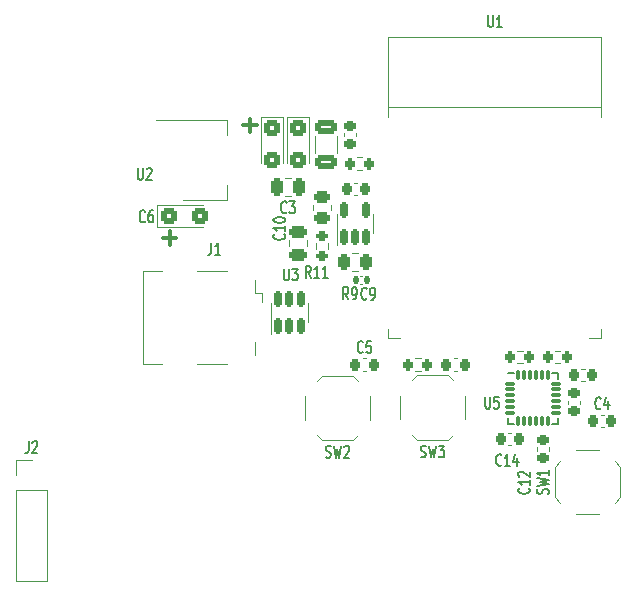
<source format=gbr>
%TF.GenerationSoftware,KiCad,Pcbnew,7.0.9*%
%TF.CreationDate,2023-12-19T02:47:06+01:00*%
%TF.ProjectId,biosensorbox,62696f73-656e-4736-9f72-626f782e6b69,rev?*%
%TF.SameCoordinates,Original*%
%TF.FileFunction,Legend,Top*%
%TF.FilePolarity,Positive*%
%FSLAX46Y46*%
G04 Gerber Fmt 4.6, Leading zero omitted, Abs format (unit mm)*
G04 Created by KiCad (PCBNEW 7.0.9) date 2023-12-19 02:47:06*
%MOMM*%
%LPD*%
G01*
G04 APERTURE LIST*
G04 Aperture macros list*
%AMRoundRect*
0 Rectangle with rounded corners*
0 $1 Rounding radius*
0 $2 $3 $4 $5 $6 $7 $8 $9 X,Y pos of 4 corners*
0 Add a 4 corners polygon primitive as box body*
4,1,4,$2,$3,$4,$5,$6,$7,$8,$9,$2,$3,0*
0 Add four circle primitives for the rounded corners*
1,1,$1+$1,$2,$3*
1,1,$1+$1,$4,$5*
1,1,$1+$1,$6,$7*
1,1,$1+$1,$8,$9*
0 Add four rect primitives between the rounded corners*
20,1,$1+$1,$2,$3,$4,$5,0*
20,1,$1+$1,$4,$5,$6,$7,0*
20,1,$1+$1,$6,$7,$8,$9,0*
20,1,$1+$1,$8,$9,$2,$3,0*%
G04 Aperture macros list end*
%ADD10C,0.300000*%
%ADD11C,0.150000*%
%ADD12C,0.120000*%
%ADD13RoundRect,0.225000X-0.250000X0.225000X-0.250000X-0.225000X0.250000X-0.225000X0.250000X0.225000X0*%
%ADD14RoundRect,0.140000X-0.140000X-0.170000X0.140000X-0.170000X0.140000X0.170000X-0.140000X0.170000X0*%
%ADD15RoundRect,0.225000X-0.225000X-0.250000X0.225000X-0.250000X0.225000X0.250000X-0.225000X0.250000X0*%
%ADD16RoundRect,0.200000X0.200000X0.275000X-0.200000X0.275000X-0.200000X-0.275000X0.200000X-0.275000X0*%
%ADD17RoundRect,0.250000X-0.650000X0.325000X-0.650000X-0.325000X0.650000X-0.325000X0.650000X0.325000X0*%
%ADD18RoundRect,0.200000X-0.200000X-0.275000X0.200000X-0.275000X0.200000X0.275000X-0.200000X0.275000X0*%
%ADD19RoundRect,0.250000X-0.475000X0.250000X-0.475000X-0.250000X0.475000X-0.250000X0.475000X0.250000X0*%
%ADD20RoundRect,0.150000X0.150000X-0.512500X0.150000X0.512500X-0.150000X0.512500X-0.150000X-0.512500X0*%
%ADD21R,2.000000X1.500000*%
%ADD22R,2.000000X3.800000*%
%ADD23R,1.700000X1.700000*%
%ADD24O,1.700000X1.700000*%
%ADD25C,0.900000*%
%ADD26R,2.500000X0.500000*%
%ADD27R,2.500000X2.000000*%
%ADD28RoundRect,0.250000X-0.450000X0.262500X-0.450000X-0.262500X0.450000X-0.262500X0.450000X0.262500X0*%
%ADD29RoundRect,0.075000X-0.350000X-0.075000X0.350000X-0.075000X0.350000X0.075000X-0.350000X0.075000X0*%
%ADD30RoundRect,0.075000X0.075000X-0.350000X0.075000X0.350000X-0.075000X0.350000X-0.075000X-0.350000X0*%
%ADD31R,1.000000X0.750000*%
%ADD32RoundRect,0.225000X0.225000X0.250000X-0.225000X0.250000X-0.225000X-0.250000X0.225000X-0.250000X0*%
%ADD33RoundRect,0.250000X-0.262500X-0.450000X0.262500X-0.450000X0.262500X0.450000X-0.262500X0.450000X0*%
%ADD34RoundRect,0.250000X-0.425000X0.450000X-0.425000X-0.450000X0.425000X-0.450000X0.425000X0.450000X0*%
%ADD35R,1.500000X0.900000*%
%ADD36R,0.900000X1.500000*%
%ADD37R,0.900000X0.900000*%
%ADD38RoundRect,0.200000X-0.275000X0.200000X-0.275000X-0.200000X0.275000X-0.200000X0.275000X0.200000X0*%
%ADD39RoundRect,0.250000X-0.250000X-0.475000X0.250000X-0.475000X0.250000X0.475000X-0.250000X0.475000X0*%
%ADD40RoundRect,0.250000X-0.450000X-0.425000X0.450000X-0.425000X0.450000X0.425000X-0.450000X0.425000X0*%
%ADD41RoundRect,0.225000X0.250000X-0.225000X0.250000X0.225000X-0.250000X0.225000X-0.250000X-0.225000X0*%
%ADD42R,0.750000X1.000000*%
G04 APERTURE END LIST*
D10*
X129574510Y-64329400D02*
X130717368Y-64329400D01*
X130145939Y-64900828D02*
X130145939Y-63757971D01*
X122754510Y-73859400D02*
X123897368Y-73859400D01*
X123325939Y-74430828D02*
X123325939Y-73287971D01*
D11*
X140014999Y-78989580D02*
X139979285Y-79037200D01*
X139979285Y-79037200D02*
X139872142Y-79084819D01*
X139872142Y-79084819D02*
X139800714Y-79084819D01*
X139800714Y-79084819D02*
X139693571Y-79037200D01*
X139693571Y-79037200D02*
X139622142Y-78941961D01*
X139622142Y-78941961D02*
X139586428Y-78846723D01*
X139586428Y-78846723D02*
X139550714Y-78656247D01*
X139550714Y-78656247D02*
X139550714Y-78513390D01*
X139550714Y-78513390D02*
X139586428Y-78322914D01*
X139586428Y-78322914D02*
X139622142Y-78227676D01*
X139622142Y-78227676D02*
X139693571Y-78132438D01*
X139693571Y-78132438D02*
X139800714Y-78084819D01*
X139800714Y-78084819D02*
X139872142Y-78084819D01*
X139872142Y-78084819D02*
X139979285Y-78132438D01*
X139979285Y-78132438D02*
X140014999Y-78180057D01*
X140372142Y-79084819D02*
X140514999Y-79084819D01*
X140514999Y-79084819D02*
X140586428Y-79037200D01*
X140586428Y-79037200D02*
X140622142Y-78989580D01*
X140622142Y-78989580D02*
X140693571Y-78846723D01*
X140693571Y-78846723D02*
X140729285Y-78656247D01*
X140729285Y-78656247D02*
X140729285Y-78275295D01*
X140729285Y-78275295D02*
X140693571Y-78180057D01*
X140693571Y-78180057D02*
X140657857Y-78132438D01*
X140657857Y-78132438D02*
X140586428Y-78084819D01*
X140586428Y-78084819D02*
X140443571Y-78084819D01*
X140443571Y-78084819D02*
X140372142Y-78132438D01*
X140372142Y-78132438D02*
X140336428Y-78180057D01*
X140336428Y-78180057D02*
X140300714Y-78275295D01*
X140300714Y-78275295D02*
X140300714Y-78513390D01*
X140300714Y-78513390D02*
X140336428Y-78608628D01*
X140336428Y-78608628D02*
X140372142Y-78656247D01*
X140372142Y-78656247D02*
X140443571Y-78703866D01*
X140443571Y-78703866D02*
X140586428Y-78703866D01*
X140586428Y-78703866D02*
X140657857Y-78656247D01*
X140657857Y-78656247D02*
X140693571Y-78608628D01*
X140693571Y-78608628D02*
X140729285Y-78513390D01*
X159834999Y-88279580D02*
X159799285Y-88327200D01*
X159799285Y-88327200D02*
X159692142Y-88374819D01*
X159692142Y-88374819D02*
X159620714Y-88374819D01*
X159620714Y-88374819D02*
X159513571Y-88327200D01*
X159513571Y-88327200D02*
X159442142Y-88231961D01*
X159442142Y-88231961D02*
X159406428Y-88136723D01*
X159406428Y-88136723D02*
X159370714Y-87946247D01*
X159370714Y-87946247D02*
X159370714Y-87803390D01*
X159370714Y-87803390D02*
X159406428Y-87612914D01*
X159406428Y-87612914D02*
X159442142Y-87517676D01*
X159442142Y-87517676D02*
X159513571Y-87422438D01*
X159513571Y-87422438D02*
X159620714Y-87374819D01*
X159620714Y-87374819D02*
X159692142Y-87374819D01*
X159692142Y-87374819D02*
X159799285Y-87422438D01*
X159799285Y-87422438D02*
X159834999Y-87470057D01*
X160477857Y-87708152D02*
X160477857Y-88374819D01*
X160299285Y-87327200D02*
X160120714Y-88041485D01*
X160120714Y-88041485D02*
X160584999Y-88041485D01*
X153749580Y-95072143D02*
X153797200Y-95107857D01*
X153797200Y-95107857D02*
X153844819Y-95215000D01*
X153844819Y-95215000D02*
X153844819Y-95286428D01*
X153844819Y-95286428D02*
X153797200Y-95393571D01*
X153797200Y-95393571D02*
X153701961Y-95465000D01*
X153701961Y-95465000D02*
X153606723Y-95500714D01*
X153606723Y-95500714D02*
X153416247Y-95536428D01*
X153416247Y-95536428D02*
X153273390Y-95536428D01*
X153273390Y-95536428D02*
X153082914Y-95500714D01*
X153082914Y-95500714D02*
X152987676Y-95465000D01*
X152987676Y-95465000D02*
X152892438Y-95393571D01*
X152892438Y-95393571D02*
X152844819Y-95286428D01*
X152844819Y-95286428D02*
X152844819Y-95215000D01*
X152844819Y-95215000D02*
X152892438Y-95107857D01*
X152892438Y-95107857D02*
X152940057Y-95072143D01*
X153844819Y-94357857D02*
X153844819Y-94786428D01*
X153844819Y-94572143D02*
X152844819Y-94572143D01*
X152844819Y-94572143D02*
X152987676Y-94643571D01*
X152987676Y-94643571D02*
X153082914Y-94715000D01*
X153082914Y-94715000D02*
X153130533Y-94786428D01*
X152940057Y-94072142D02*
X152892438Y-94036428D01*
X152892438Y-94036428D02*
X152844819Y-93965000D01*
X152844819Y-93965000D02*
X152844819Y-93786428D01*
X152844819Y-93786428D02*
X152892438Y-93715000D01*
X152892438Y-93715000D02*
X152940057Y-93679285D01*
X152940057Y-93679285D02*
X153035295Y-93643571D01*
X153035295Y-93643571D02*
X153130533Y-93643571D01*
X153130533Y-93643571D02*
X153273390Y-93679285D01*
X153273390Y-93679285D02*
X153844819Y-94107857D01*
X153844819Y-94107857D02*
X153844819Y-93643571D01*
X133019580Y-73562143D02*
X133067200Y-73597857D01*
X133067200Y-73597857D02*
X133114819Y-73705000D01*
X133114819Y-73705000D02*
X133114819Y-73776428D01*
X133114819Y-73776428D02*
X133067200Y-73883571D01*
X133067200Y-73883571D02*
X132971961Y-73955000D01*
X132971961Y-73955000D02*
X132876723Y-73990714D01*
X132876723Y-73990714D02*
X132686247Y-74026428D01*
X132686247Y-74026428D02*
X132543390Y-74026428D01*
X132543390Y-74026428D02*
X132352914Y-73990714D01*
X132352914Y-73990714D02*
X132257676Y-73955000D01*
X132257676Y-73955000D02*
X132162438Y-73883571D01*
X132162438Y-73883571D02*
X132114819Y-73776428D01*
X132114819Y-73776428D02*
X132114819Y-73705000D01*
X132114819Y-73705000D02*
X132162438Y-73597857D01*
X132162438Y-73597857D02*
X132210057Y-73562143D01*
X133114819Y-72847857D02*
X133114819Y-73276428D01*
X133114819Y-73062143D02*
X132114819Y-73062143D01*
X132114819Y-73062143D02*
X132257676Y-73133571D01*
X132257676Y-73133571D02*
X132352914Y-73205000D01*
X132352914Y-73205000D02*
X132400533Y-73276428D01*
X132114819Y-72383571D02*
X132114819Y-72312142D01*
X132114819Y-72312142D02*
X132162438Y-72240714D01*
X132162438Y-72240714D02*
X132210057Y-72205000D01*
X132210057Y-72205000D02*
X132305295Y-72169285D01*
X132305295Y-72169285D02*
X132495771Y-72133571D01*
X132495771Y-72133571D02*
X132733866Y-72133571D01*
X132733866Y-72133571D02*
X132924342Y-72169285D01*
X132924342Y-72169285D02*
X133019580Y-72205000D01*
X133019580Y-72205000D02*
X133067200Y-72240714D01*
X133067200Y-72240714D02*
X133114819Y-72312142D01*
X133114819Y-72312142D02*
X133114819Y-72383571D01*
X133114819Y-72383571D02*
X133067200Y-72455000D01*
X133067200Y-72455000D02*
X133019580Y-72490714D01*
X133019580Y-72490714D02*
X132924342Y-72526428D01*
X132924342Y-72526428D02*
X132733866Y-72562142D01*
X132733866Y-72562142D02*
X132495771Y-72562142D01*
X132495771Y-72562142D02*
X132305295Y-72526428D01*
X132305295Y-72526428D02*
X132210057Y-72490714D01*
X132210057Y-72490714D02*
X132162438Y-72455000D01*
X132162438Y-72455000D02*
X132114819Y-72383571D01*
X133008571Y-76464819D02*
X133008571Y-77274342D01*
X133008571Y-77274342D02*
X133044285Y-77369580D01*
X133044285Y-77369580D02*
X133080000Y-77417200D01*
X133080000Y-77417200D02*
X133151428Y-77464819D01*
X133151428Y-77464819D02*
X133294285Y-77464819D01*
X133294285Y-77464819D02*
X133365714Y-77417200D01*
X133365714Y-77417200D02*
X133401428Y-77369580D01*
X133401428Y-77369580D02*
X133437142Y-77274342D01*
X133437142Y-77274342D02*
X133437142Y-76464819D01*
X133722856Y-76464819D02*
X134187142Y-76464819D01*
X134187142Y-76464819D02*
X133937142Y-76845771D01*
X133937142Y-76845771D02*
X134044285Y-76845771D01*
X134044285Y-76845771D02*
X134115714Y-76893390D01*
X134115714Y-76893390D02*
X134151428Y-76941009D01*
X134151428Y-76941009D02*
X134187142Y-77036247D01*
X134187142Y-77036247D02*
X134187142Y-77274342D01*
X134187142Y-77274342D02*
X134151428Y-77369580D01*
X134151428Y-77369580D02*
X134115714Y-77417200D01*
X134115714Y-77417200D02*
X134044285Y-77464819D01*
X134044285Y-77464819D02*
X133829999Y-77464819D01*
X133829999Y-77464819D02*
X133758571Y-77417200D01*
X133758571Y-77417200D02*
X133722856Y-77369580D01*
X120638571Y-67954819D02*
X120638571Y-68764342D01*
X120638571Y-68764342D02*
X120674285Y-68859580D01*
X120674285Y-68859580D02*
X120710000Y-68907200D01*
X120710000Y-68907200D02*
X120781428Y-68954819D01*
X120781428Y-68954819D02*
X120924285Y-68954819D01*
X120924285Y-68954819D02*
X120995714Y-68907200D01*
X120995714Y-68907200D02*
X121031428Y-68859580D01*
X121031428Y-68859580D02*
X121067142Y-68764342D01*
X121067142Y-68764342D02*
X121067142Y-67954819D01*
X121388571Y-68050057D02*
X121424285Y-68002438D01*
X121424285Y-68002438D02*
X121495714Y-67954819D01*
X121495714Y-67954819D02*
X121674285Y-67954819D01*
X121674285Y-67954819D02*
X121745714Y-68002438D01*
X121745714Y-68002438D02*
X121781428Y-68050057D01*
X121781428Y-68050057D02*
X121817142Y-68145295D01*
X121817142Y-68145295D02*
X121817142Y-68240533D01*
X121817142Y-68240533D02*
X121781428Y-68383390D01*
X121781428Y-68383390D02*
X121352856Y-68954819D01*
X121352856Y-68954819D02*
X121817142Y-68954819D01*
X111390000Y-91094819D02*
X111390000Y-91809104D01*
X111390000Y-91809104D02*
X111354285Y-91951961D01*
X111354285Y-91951961D02*
X111282857Y-92047200D01*
X111282857Y-92047200D02*
X111175714Y-92094819D01*
X111175714Y-92094819D02*
X111104285Y-92094819D01*
X111711429Y-91190057D02*
X111747143Y-91142438D01*
X111747143Y-91142438D02*
X111818572Y-91094819D01*
X111818572Y-91094819D02*
X111997143Y-91094819D01*
X111997143Y-91094819D02*
X112068572Y-91142438D01*
X112068572Y-91142438D02*
X112104286Y-91190057D01*
X112104286Y-91190057D02*
X112140000Y-91285295D01*
X112140000Y-91285295D02*
X112140000Y-91380533D01*
X112140000Y-91380533D02*
X112104286Y-91523390D01*
X112104286Y-91523390D02*
X111675714Y-92094819D01*
X111675714Y-92094819D02*
X112140000Y-92094819D01*
X126870000Y-74274819D02*
X126870000Y-74989104D01*
X126870000Y-74989104D02*
X126834285Y-75131961D01*
X126834285Y-75131961D02*
X126762857Y-75227200D01*
X126762857Y-75227200D02*
X126655714Y-75274819D01*
X126655714Y-75274819D02*
X126584285Y-75274819D01*
X127620000Y-75274819D02*
X127191429Y-75274819D01*
X127405714Y-75274819D02*
X127405714Y-74274819D01*
X127405714Y-74274819D02*
X127334286Y-74417676D01*
X127334286Y-74417676D02*
X127262857Y-74512914D01*
X127262857Y-74512914D02*
X127191429Y-74560533D01*
X139701999Y-83511580D02*
X139666285Y-83559200D01*
X139666285Y-83559200D02*
X139559142Y-83606819D01*
X139559142Y-83606819D02*
X139487714Y-83606819D01*
X139487714Y-83606819D02*
X139380571Y-83559200D01*
X139380571Y-83559200D02*
X139309142Y-83463961D01*
X139309142Y-83463961D02*
X139273428Y-83368723D01*
X139273428Y-83368723D02*
X139237714Y-83178247D01*
X139237714Y-83178247D02*
X139237714Y-83035390D01*
X139237714Y-83035390D02*
X139273428Y-82844914D01*
X139273428Y-82844914D02*
X139309142Y-82749676D01*
X139309142Y-82749676D02*
X139380571Y-82654438D01*
X139380571Y-82654438D02*
X139487714Y-82606819D01*
X139487714Y-82606819D02*
X139559142Y-82606819D01*
X139559142Y-82606819D02*
X139666285Y-82654438D01*
X139666285Y-82654438D02*
X139701999Y-82702057D01*
X140380571Y-82606819D02*
X140023428Y-82606819D01*
X140023428Y-82606819D02*
X139987714Y-83083009D01*
X139987714Y-83083009D02*
X140023428Y-83035390D01*
X140023428Y-83035390D02*
X140094857Y-82987771D01*
X140094857Y-82987771D02*
X140273428Y-82987771D01*
X140273428Y-82987771D02*
X140344857Y-83035390D01*
X140344857Y-83035390D02*
X140380571Y-83083009D01*
X140380571Y-83083009D02*
X140416285Y-83178247D01*
X140416285Y-83178247D02*
X140416285Y-83416342D01*
X140416285Y-83416342D02*
X140380571Y-83511580D01*
X140380571Y-83511580D02*
X140344857Y-83559200D01*
X140344857Y-83559200D02*
X140273428Y-83606819D01*
X140273428Y-83606819D02*
X140094857Y-83606819D01*
X140094857Y-83606819D02*
X140023428Y-83559200D01*
X140023428Y-83559200D02*
X139987714Y-83511580D01*
X150048571Y-87314819D02*
X150048571Y-88124342D01*
X150048571Y-88124342D02*
X150084285Y-88219580D01*
X150084285Y-88219580D02*
X150120000Y-88267200D01*
X150120000Y-88267200D02*
X150191428Y-88314819D01*
X150191428Y-88314819D02*
X150334285Y-88314819D01*
X150334285Y-88314819D02*
X150405714Y-88267200D01*
X150405714Y-88267200D02*
X150441428Y-88219580D01*
X150441428Y-88219580D02*
X150477142Y-88124342D01*
X150477142Y-88124342D02*
X150477142Y-87314819D01*
X151191428Y-87314819D02*
X150834285Y-87314819D01*
X150834285Y-87314819D02*
X150798571Y-87791009D01*
X150798571Y-87791009D02*
X150834285Y-87743390D01*
X150834285Y-87743390D02*
X150905714Y-87695771D01*
X150905714Y-87695771D02*
X151084285Y-87695771D01*
X151084285Y-87695771D02*
X151155714Y-87743390D01*
X151155714Y-87743390D02*
X151191428Y-87791009D01*
X151191428Y-87791009D02*
X151227142Y-87886247D01*
X151227142Y-87886247D02*
X151227142Y-88124342D01*
X151227142Y-88124342D02*
X151191428Y-88219580D01*
X151191428Y-88219580D02*
X151155714Y-88267200D01*
X151155714Y-88267200D02*
X151084285Y-88314819D01*
X151084285Y-88314819D02*
X150905714Y-88314819D01*
X150905714Y-88314819D02*
X150834285Y-88267200D01*
X150834285Y-88267200D02*
X150798571Y-88219580D01*
X144590000Y-92392200D02*
X144697143Y-92439819D01*
X144697143Y-92439819D02*
X144875714Y-92439819D01*
X144875714Y-92439819D02*
X144947143Y-92392200D01*
X144947143Y-92392200D02*
X144982857Y-92344580D01*
X144982857Y-92344580D02*
X145018571Y-92249342D01*
X145018571Y-92249342D02*
X145018571Y-92154104D01*
X145018571Y-92154104D02*
X144982857Y-92058866D01*
X144982857Y-92058866D02*
X144947143Y-92011247D01*
X144947143Y-92011247D02*
X144875714Y-91963628D01*
X144875714Y-91963628D02*
X144732857Y-91916009D01*
X144732857Y-91916009D02*
X144661428Y-91868390D01*
X144661428Y-91868390D02*
X144625714Y-91820771D01*
X144625714Y-91820771D02*
X144590000Y-91725533D01*
X144590000Y-91725533D02*
X144590000Y-91630295D01*
X144590000Y-91630295D02*
X144625714Y-91535057D01*
X144625714Y-91535057D02*
X144661428Y-91487438D01*
X144661428Y-91487438D02*
X144732857Y-91439819D01*
X144732857Y-91439819D02*
X144911428Y-91439819D01*
X144911428Y-91439819D02*
X145018571Y-91487438D01*
X145268571Y-91439819D02*
X145447143Y-92439819D01*
X145447143Y-92439819D02*
X145590000Y-91725533D01*
X145590000Y-91725533D02*
X145732857Y-92439819D01*
X145732857Y-92439819D02*
X145911429Y-91439819D01*
X146125714Y-91439819D02*
X146590000Y-91439819D01*
X146590000Y-91439819D02*
X146340000Y-91820771D01*
X146340000Y-91820771D02*
X146447143Y-91820771D01*
X146447143Y-91820771D02*
X146518572Y-91868390D01*
X146518572Y-91868390D02*
X146554286Y-91916009D01*
X146554286Y-91916009D02*
X146590000Y-92011247D01*
X146590000Y-92011247D02*
X146590000Y-92249342D01*
X146590000Y-92249342D02*
X146554286Y-92344580D01*
X146554286Y-92344580D02*
X146518572Y-92392200D01*
X146518572Y-92392200D02*
X146447143Y-92439819D01*
X146447143Y-92439819D02*
X146232857Y-92439819D01*
X146232857Y-92439819D02*
X146161429Y-92392200D01*
X146161429Y-92392200D02*
X146125714Y-92344580D01*
X136541000Y-92422200D02*
X136648143Y-92469819D01*
X136648143Y-92469819D02*
X136826714Y-92469819D01*
X136826714Y-92469819D02*
X136898143Y-92422200D01*
X136898143Y-92422200D02*
X136933857Y-92374580D01*
X136933857Y-92374580D02*
X136969571Y-92279342D01*
X136969571Y-92279342D02*
X136969571Y-92184104D01*
X136969571Y-92184104D02*
X136933857Y-92088866D01*
X136933857Y-92088866D02*
X136898143Y-92041247D01*
X136898143Y-92041247D02*
X136826714Y-91993628D01*
X136826714Y-91993628D02*
X136683857Y-91946009D01*
X136683857Y-91946009D02*
X136612428Y-91898390D01*
X136612428Y-91898390D02*
X136576714Y-91850771D01*
X136576714Y-91850771D02*
X136541000Y-91755533D01*
X136541000Y-91755533D02*
X136541000Y-91660295D01*
X136541000Y-91660295D02*
X136576714Y-91565057D01*
X136576714Y-91565057D02*
X136612428Y-91517438D01*
X136612428Y-91517438D02*
X136683857Y-91469819D01*
X136683857Y-91469819D02*
X136862428Y-91469819D01*
X136862428Y-91469819D02*
X136969571Y-91517438D01*
X137219571Y-91469819D02*
X137398143Y-92469819D01*
X137398143Y-92469819D02*
X137541000Y-91755533D01*
X137541000Y-91755533D02*
X137683857Y-92469819D01*
X137683857Y-92469819D02*
X137862429Y-91469819D01*
X138112429Y-91565057D02*
X138148143Y-91517438D01*
X138148143Y-91517438D02*
X138219572Y-91469819D01*
X138219572Y-91469819D02*
X138398143Y-91469819D01*
X138398143Y-91469819D02*
X138469572Y-91517438D01*
X138469572Y-91517438D02*
X138505286Y-91565057D01*
X138505286Y-91565057D02*
X138541000Y-91660295D01*
X138541000Y-91660295D02*
X138541000Y-91755533D01*
X138541000Y-91755533D02*
X138505286Y-91898390D01*
X138505286Y-91898390D02*
X138076714Y-92469819D01*
X138076714Y-92469819D02*
X138541000Y-92469819D01*
X138464999Y-79054819D02*
X138214999Y-78578628D01*
X138036428Y-79054819D02*
X138036428Y-78054819D01*
X138036428Y-78054819D02*
X138322142Y-78054819D01*
X138322142Y-78054819D02*
X138393571Y-78102438D01*
X138393571Y-78102438D02*
X138429285Y-78150057D01*
X138429285Y-78150057D02*
X138464999Y-78245295D01*
X138464999Y-78245295D02*
X138464999Y-78388152D01*
X138464999Y-78388152D02*
X138429285Y-78483390D01*
X138429285Y-78483390D02*
X138393571Y-78531009D01*
X138393571Y-78531009D02*
X138322142Y-78578628D01*
X138322142Y-78578628D02*
X138036428Y-78578628D01*
X138822142Y-79054819D02*
X138964999Y-79054819D01*
X138964999Y-79054819D02*
X139036428Y-79007200D01*
X139036428Y-79007200D02*
X139072142Y-78959580D01*
X139072142Y-78959580D02*
X139143571Y-78816723D01*
X139143571Y-78816723D02*
X139179285Y-78626247D01*
X139179285Y-78626247D02*
X139179285Y-78245295D01*
X139179285Y-78245295D02*
X139143571Y-78150057D01*
X139143571Y-78150057D02*
X139107857Y-78102438D01*
X139107857Y-78102438D02*
X139036428Y-78054819D01*
X139036428Y-78054819D02*
X138893571Y-78054819D01*
X138893571Y-78054819D02*
X138822142Y-78102438D01*
X138822142Y-78102438D02*
X138786428Y-78150057D01*
X138786428Y-78150057D02*
X138750714Y-78245295D01*
X138750714Y-78245295D02*
X138750714Y-78483390D01*
X138750714Y-78483390D02*
X138786428Y-78578628D01*
X138786428Y-78578628D02*
X138822142Y-78626247D01*
X138822142Y-78626247D02*
X138893571Y-78673866D01*
X138893571Y-78673866D02*
X139036428Y-78673866D01*
X139036428Y-78673866D02*
X139107857Y-78626247D01*
X139107857Y-78626247D02*
X139143571Y-78578628D01*
X139143571Y-78578628D02*
X139179285Y-78483390D01*
X150283571Y-55004819D02*
X150283571Y-55814342D01*
X150283571Y-55814342D02*
X150319285Y-55909580D01*
X150319285Y-55909580D02*
X150355000Y-55957200D01*
X150355000Y-55957200D02*
X150426428Y-56004819D01*
X150426428Y-56004819D02*
X150569285Y-56004819D01*
X150569285Y-56004819D02*
X150640714Y-55957200D01*
X150640714Y-55957200D02*
X150676428Y-55909580D01*
X150676428Y-55909580D02*
X150712142Y-55814342D01*
X150712142Y-55814342D02*
X150712142Y-55004819D01*
X151462142Y-56004819D02*
X151033571Y-56004819D01*
X151247856Y-56004819D02*
X151247856Y-55004819D01*
X151247856Y-55004819D02*
X151176428Y-55147676D01*
X151176428Y-55147676D02*
X151104999Y-55242914D01*
X151104999Y-55242914D02*
X151033571Y-55290533D01*
X135277856Y-77234819D02*
X135027856Y-76758628D01*
X134849285Y-77234819D02*
X134849285Y-76234819D01*
X134849285Y-76234819D02*
X135134999Y-76234819D01*
X135134999Y-76234819D02*
X135206428Y-76282438D01*
X135206428Y-76282438D02*
X135242142Y-76330057D01*
X135242142Y-76330057D02*
X135277856Y-76425295D01*
X135277856Y-76425295D02*
X135277856Y-76568152D01*
X135277856Y-76568152D02*
X135242142Y-76663390D01*
X135242142Y-76663390D02*
X135206428Y-76711009D01*
X135206428Y-76711009D02*
X135134999Y-76758628D01*
X135134999Y-76758628D02*
X134849285Y-76758628D01*
X135992142Y-77234819D02*
X135563571Y-77234819D01*
X135777856Y-77234819D02*
X135777856Y-76234819D01*
X135777856Y-76234819D02*
X135706428Y-76377676D01*
X135706428Y-76377676D02*
X135634999Y-76472914D01*
X135634999Y-76472914D02*
X135563571Y-76520533D01*
X136706428Y-77234819D02*
X136277857Y-77234819D01*
X136492142Y-77234819D02*
X136492142Y-76234819D01*
X136492142Y-76234819D02*
X136420714Y-76377676D01*
X136420714Y-76377676D02*
X136349285Y-76472914D01*
X136349285Y-76472914D02*
X136277857Y-76520533D01*
X133224999Y-71682780D02*
X133189285Y-71730400D01*
X133189285Y-71730400D02*
X133082142Y-71778019D01*
X133082142Y-71778019D02*
X133010714Y-71778019D01*
X133010714Y-71778019D02*
X132903571Y-71730400D01*
X132903571Y-71730400D02*
X132832142Y-71635161D01*
X132832142Y-71635161D02*
X132796428Y-71539923D01*
X132796428Y-71539923D02*
X132760714Y-71349447D01*
X132760714Y-71349447D02*
X132760714Y-71206590D01*
X132760714Y-71206590D02*
X132796428Y-71016114D01*
X132796428Y-71016114D02*
X132832142Y-70920876D01*
X132832142Y-70920876D02*
X132903571Y-70825638D01*
X132903571Y-70825638D02*
X133010714Y-70778019D01*
X133010714Y-70778019D02*
X133082142Y-70778019D01*
X133082142Y-70778019D02*
X133189285Y-70825638D01*
X133189285Y-70825638D02*
X133224999Y-70873257D01*
X133474999Y-70778019D02*
X133939285Y-70778019D01*
X133939285Y-70778019D02*
X133689285Y-71158971D01*
X133689285Y-71158971D02*
X133796428Y-71158971D01*
X133796428Y-71158971D02*
X133867857Y-71206590D01*
X133867857Y-71206590D02*
X133903571Y-71254209D01*
X133903571Y-71254209D02*
X133939285Y-71349447D01*
X133939285Y-71349447D02*
X133939285Y-71587542D01*
X133939285Y-71587542D02*
X133903571Y-71682780D01*
X133903571Y-71682780D02*
X133867857Y-71730400D01*
X133867857Y-71730400D02*
X133796428Y-71778019D01*
X133796428Y-71778019D02*
X133582142Y-71778019D01*
X133582142Y-71778019D02*
X133510714Y-71730400D01*
X133510714Y-71730400D02*
X133474999Y-71682780D01*
X121244999Y-72439580D02*
X121209285Y-72487200D01*
X121209285Y-72487200D02*
X121102142Y-72534819D01*
X121102142Y-72534819D02*
X121030714Y-72534819D01*
X121030714Y-72534819D02*
X120923571Y-72487200D01*
X120923571Y-72487200D02*
X120852142Y-72391961D01*
X120852142Y-72391961D02*
X120816428Y-72296723D01*
X120816428Y-72296723D02*
X120780714Y-72106247D01*
X120780714Y-72106247D02*
X120780714Y-71963390D01*
X120780714Y-71963390D02*
X120816428Y-71772914D01*
X120816428Y-71772914D02*
X120852142Y-71677676D01*
X120852142Y-71677676D02*
X120923571Y-71582438D01*
X120923571Y-71582438D02*
X121030714Y-71534819D01*
X121030714Y-71534819D02*
X121102142Y-71534819D01*
X121102142Y-71534819D02*
X121209285Y-71582438D01*
X121209285Y-71582438D02*
X121244999Y-71630057D01*
X121887857Y-71534819D02*
X121744999Y-71534819D01*
X121744999Y-71534819D02*
X121673571Y-71582438D01*
X121673571Y-71582438D02*
X121637857Y-71630057D01*
X121637857Y-71630057D02*
X121566428Y-71772914D01*
X121566428Y-71772914D02*
X121530714Y-71963390D01*
X121530714Y-71963390D02*
X121530714Y-72344342D01*
X121530714Y-72344342D02*
X121566428Y-72439580D01*
X121566428Y-72439580D02*
X121602142Y-72487200D01*
X121602142Y-72487200D02*
X121673571Y-72534819D01*
X121673571Y-72534819D02*
X121816428Y-72534819D01*
X121816428Y-72534819D02*
X121887857Y-72487200D01*
X121887857Y-72487200D02*
X121923571Y-72439580D01*
X121923571Y-72439580D02*
X121959285Y-72344342D01*
X121959285Y-72344342D02*
X121959285Y-72106247D01*
X121959285Y-72106247D02*
X121923571Y-72011009D01*
X121923571Y-72011009D02*
X121887857Y-71963390D01*
X121887857Y-71963390D02*
X121816428Y-71915771D01*
X121816428Y-71915771D02*
X121673571Y-71915771D01*
X121673571Y-71915771D02*
X121602142Y-71963390D01*
X121602142Y-71963390D02*
X121566428Y-72011009D01*
X121566428Y-72011009D02*
X121530714Y-72106247D01*
X151417856Y-93079580D02*
X151382142Y-93127200D01*
X151382142Y-93127200D02*
X151274999Y-93174819D01*
X151274999Y-93174819D02*
X151203571Y-93174819D01*
X151203571Y-93174819D02*
X151096428Y-93127200D01*
X151096428Y-93127200D02*
X151024999Y-93031961D01*
X151024999Y-93031961D02*
X150989285Y-92936723D01*
X150989285Y-92936723D02*
X150953571Y-92746247D01*
X150953571Y-92746247D02*
X150953571Y-92603390D01*
X150953571Y-92603390D02*
X150989285Y-92412914D01*
X150989285Y-92412914D02*
X151024999Y-92317676D01*
X151024999Y-92317676D02*
X151096428Y-92222438D01*
X151096428Y-92222438D02*
X151203571Y-92174819D01*
X151203571Y-92174819D02*
X151274999Y-92174819D01*
X151274999Y-92174819D02*
X151382142Y-92222438D01*
X151382142Y-92222438D02*
X151417856Y-92270057D01*
X152132142Y-93174819D02*
X151703571Y-93174819D01*
X151917856Y-93174819D02*
X151917856Y-92174819D01*
X151917856Y-92174819D02*
X151846428Y-92317676D01*
X151846428Y-92317676D02*
X151774999Y-92412914D01*
X151774999Y-92412914D02*
X151703571Y-92460533D01*
X152775000Y-92508152D02*
X152775000Y-93174819D01*
X152596428Y-92127200D02*
X152417857Y-92841485D01*
X152417857Y-92841485D02*
X152882142Y-92841485D01*
X155362200Y-95529999D02*
X155409819Y-95422857D01*
X155409819Y-95422857D02*
X155409819Y-95244285D01*
X155409819Y-95244285D02*
X155362200Y-95172857D01*
X155362200Y-95172857D02*
X155314580Y-95137142D01*
X155314580Y-95137142D02*
X155219342Y-95101428D01*
X155219342Y-95101428D02*
X155124104Y-95101428D01*
X155124104Y-95101428D02*
X155028866Y-95137142D01*
X155028866Y-95137142D02*
X154981247Y-95172857D01*
X154981247Y-95172857D02*
X154933628Y-95244285D01*
X154933628Y-95244285D02*
X154886009Y-95387142D01*
X154886009Y-95387142D02*
X154838390Y-95458571D01*
X154838390Y-95458571D02*
X154790771Y-95494285D01*
X154790771Y-95494285D02*
X154695533Y-95529999D01*
X154695533Y-95529999D02*
X154600295Y-95529999D01*
X154600295Y-95529999D02*
X154505057Y-95494285D01*
X154505057Y-95494285D02*
X154457438Y-95458571D01*
X154457438Y-95458571D02*
X154409819Y-95387142D01*
X154409819Y-95387142D02*
X154409819Y-95208571D01*
X154409819Y-95208571D02*
X154457438Y-95101428D01*
X154409819Y-94851428D02*
X155409819Y-94672856D01*
X155409819Y-94672856D02*
X154695533Y-94529999D01*
X154695533Y-94529999D02*
X155409819Y-94387142D01*
X155409819Y-94387142D02*
X154409819Y-94208571D01*
X155409819Y-93529999D02*
X155409819Y-93958570D01*
X155409819Y-93744285D02*
X154409819Y-93744285D01*
X154409819Y-93744285D02*
X154552676Y-93815713D01*
X154552676Y-93815713D02*
X154647914Y-93887142D01*
X154647914Y-93887142D02*
X154695533Y-93958570D01*
D12*
%TO.C,C2*%
X139092400Y-64985020D02*
X139092400Y-65266180D01*
X138072400Y-64985020D02*
X138072400Y-65266180D01*
%TO.C,C9*%
X139442364Y-77059200D02*
X139658036Y-77059200D01*
X139442364Y-77779200D02*
X139658036Y-77779200D01*
%TO.C,C4*%
X159819420Y-88840000D02*
X160100580Y-88840000D01*
X159819420Y-89860000D02*
X160100580Y-89860000D01*
%TO.C,R13*%
X153207258Y-84452500D02*
X152732742Y-84452500D01*
X153207258Y-83407500D02*
X152732742Y-83407500D01*
%TO.C,C1*%
X137460400Y-65227148D02*
X137460400Y-66649652D01*
X135640400Y-65227148D02*
X135640400Y-66649652D01*
%TO.C,R12*%
X155920942Y-83407500D02*
X156395458Y-83407500D01*
X155920942Y-84452500D02*
X156395458Y-84452500D01*
%TO.C,C12*%
X155420000Y-91604420D02*
X155420000Y-91885580D01*
X154400000Y-91604420D02*
X154400000Y-91885580D01*
%TO.C,R3*%
X139157942Y-67041500D02*
X139632458Y-67041500D01*
X139157942Y-68086500D02*
X139632458Y-68086500D01*
%TO.C,C10*%
X134923200Y-74059148D02*
X134923200Y-74581652D01*
X133453200Y-74059148D02*
X133453200Y-74581652D01*
%TO.C,U3*%
X131917000Y-80175500D02*
X131917000Y-81975500D01*
X131917000Y-80175500D02*
X131917000Y-79375500D01*
X135037000Y-80175500D02*
X135037000Y-80975500D01*
X135037000Y-80175500D02*
X135037000Y-79375500D01*
%TO.C,C11*%
X158200620Y-84986000D02*
X158481780Y-84986000D01*
X158200620Y-86006000D02*
X158481780Y-86006000D01*
%TO.C,U2*%
X122189200Y-63849200D02*
X128199200Y-63849200D01*
X124439200Y-70669200D02*
X128199200Y-70669200D01*
X128199200Y-63849200D02*
X128199200Y-65109200D01*
X128199200Y-70669200D02*
X128199200Y-69409200D01*
%TO.C,J2*%
X110310000Y-92640000D02*
X111640000Y-92640000D01*
X110310000Y-93970000D02*
X110310000Y-92640000D01*
X110310000Y-95240000D02*
X110310000Y-102920000D01*
X110310000Y-95240000D02*
X112970000Y-95240000D01*
X110310000Y-102920000D02*
X112970000Y-102920000D01*
X112970000Y-95240000D02*
X112970000Y-102920000D01*
%TO.C,J1*%
X125617000Y-76640000D02*
X128217000Y-76640000D01*
X122717000Y-76640000D02*
X121057000Y-76640000D01*
X121057000Y-76640000D02*
X121057000Y-84560000D01*
X130527000Y-77400000D02*
X130527000Y-78550000D01*
X131117000Y-78550000D02*
X131117000Y-79250000D01*
X130527000Y-78550000D02*
X131117000Y-78550000D01*
X130527000Y-82650000D02*
X130527000Y-83800000D01*
X128217000Y-84560000D02*
X125617000Y-84560000D01*
X121057000Y-84560000D02*
X122717000Y-84560000D01*
%TO.C,U4*%
X137469400Y-72663900D02*
X137469400Y-74463900D01*
X137469400Y-72663900D02*
X137469400Y-71863900D01*
X140589400Y-72663900D02*
X140589400Y-73463900D01*
X140589400Y-72663900D02*
X140589400Y-71863900D01*
%TO.C,R10*%
X136955200Y-71046236D02*
X136955200Y-71500364D01*
X135485200Y-71046236D02*
X135485200Y-71500364D01*
%TO.C,C5*%
X139686420Y-84072000D02*
X139967580Y-84072000D01*
X139686420Y-85092000D02*
X139967580Y-85092000D01*
%TO.C,R1*%
X144572258Y-85104500D02*
X144097742Y-85104500D01*
X144572258Y-84059500D02*
X144097742Y-84059500D01*
D11*
%TO.C,U5*%
X151938400Y-85294000D02*
X152463400Y-85294000D01*
X151938400Y-89594000D02*
X151938400Y-89069000D01*
X151938400Y-89594000D02*
X152463400Y-89594000D01*
X156238400Y-85294000D02*
X155713400Y-85294000D01*
X156238400Y-85294000D02*
X156238400Y-85819000D01*
X156238400Y-89594000D02*
X155713400Y-89594000D01*
X156238400Y-89594000D02*
X156238400Y-89069000D01*
D12*
%TO.C,SW3*%
X148340000Y-89235000D02*
X148340000Y-87235000D01*
X147340000Y-90535000D02*
X146890000Y-90985000D01*
X147340000Y-85935000D02*
X146890000Y-85485000D01*
X146890000Y-90985000D02*
X144290000Y-90985000D01*
X146890000Y-85485000D02*
X144290000Y-85485000D01*
X143840000Y-90535000D02*
X144290000Y-90985000D01*
X143840000Y-85935000D02*
X144290000Y-85485000D01*
X142840000Y-89235000D02*
X142840000Y-87235000D01*
%TO.C,C8*%
X138954820Y-69252800D02*
X139235980Y-69252800D01*
X138954820Y-70272800D02*
X139235980Y-70272800D01*
%TO.C,SW2*%
X140291000Y-89265000D02*
X140291000Y-87265000D01*
X139291000Y-90565000D02*
X138841000Y-91015000D01*
X139291000Y-85965000D02*
X138841000Y-85515000D01*
X138841000Y-91015000D02*
X136241000Y-91015000D01*
X138841000Y-85515000D02*
X136241000Y-85515000D01*
X135791000Y-90565000D02*
X136241000Y-91015000D01*
X135791000Y-85965000D02*
X136241000Y-85515000D01*
X134791000Y-89265000D02*
X134791000Y-87265000D01*
%TO.C,C16*%
X147675180Y-85092000D02*
X147394020Y-85092000D01*
X147675180Y-84072000D02*
X147394020Y-84072000D01*
%TO.C,R9*%
X138812536Y-75160200D02*
X139266664Y-75160200D01*
X138812536Y-76630200D02*
X139266664Y-76630200D01*
%TO.C,C7*%
X132913800Y-63606800D02*
X131043800Y-63606800D01*
X131043800Y-63606800D02*
X131043800Y-67516800D01*
X132913800Y-67516800D02*
X132913800Y-63606800D01*
%TO.C,C15*%
X135149000Y-63606800D02*
X133279000Y-63606800D01*
X133279000Y-63606800D02*
X133279000Y-67516800D01*
X135149000Y-67516800D02*
X135149000Y-63606800D01*
%TO.C,U1*%
X141855000Y-56850000D02*
X141855000Y-63600000D01*
X141855000Y-56850000D02*
X159855000Y-56850000D01*
X141855000Y-81600000D02*
X141855000Y-82350000D01*
X141855000Y-82350000D02*
X142855000Y-82350000D01*
X159855000Y-56850000D02*
X159855000Y-63600000D01*
X159855000Y-62790000D02*
X141855000Y-62790000D01*
X159855000Y-81600000D02*
X159855000Y-82350000D01*
X159855000Y-82350000D02*
X158855000Y-82350000D01*
%TO.C,R11*%
X136742700Y-74298542D02*
X136742700Y-74773058D01*
X135697700Y-74298542D02*
X135697700Y-74773058D01*
%TO.C,C3*%
X133088748Y-68810200D02*
X133611252Y-68810200D01*
X133088748Y-70280200D02*
X133611252Y-70280200D01*
%TO.C,C6*%
X122277000Y-71074000D02*
X122277000Y-72944000D01*
X122277000Y-72944000D02*
X126187000Y-72944000D01*
X126187000Y-71074000D02*
X122277000Y-71074000D01*
%TO.C,C13*%
X157081200Y-87911580D02*
X157081200Y-87630420D01*
X158101200Y-87911580D02*
X158101200Y-87630420D01*
%TO.C,C14*%
X152265580Y-91410000D02*
X151984420Y-91410000D01*
X152265580Y-90390000D02*
X151984420Y-90390000D01*
%TO.C,SW1*%
X157705000Y-97280000D02*
X159705000Y-97280000D01*
X156405000Y-96280000D02*
X155955000Y-95830000D01*
X161005000Y-96280000D02*
X161455000Y-95830000D01*
X155955000Y-95830000D02*
X155955000Y-93230000D01*
X161455000Y-95830000D02*
X161455000Y-93230000D01*
X156405000Y-92780000D02*
X155955000Y-93230000D01*
X161005000Y-92780000D02*
X161455000Y-93230000D01*
X157705000Y-91780000D02*
X159705000Y-91780000D01*
%TD*%
%LPC*%
D13*
%TO.C,C2*%
X138582400Y-64350600D03*
X138582400Y-65900600D03*
%TD*%
D14*
%TO.C,C9*%
X139070200Y-77419200D03*
X140030200Y-77419200D03*
%TD*%
D15*
%TO.C,C4*%
X159185000Y-89350000D03*
X160735000Y-89350000D03*
%TD*%
D16*
%TO.C,R13*%
X153795000Y-83930000D03*
X152145000Y-83930000D03*
%TD*%
D17*
%TO.C,C1*%
X136550400Y-64463400D03*
X136550400Y-67413400D03*
%TD*%
D18*
%TO.C,R12*%
X155333200Y-83930000D03*
X156983200Y-83930000D03*
%TD*%
D13*
%TO.C,C12*%
X154910000Y-90970000D03*
X154910000Y-92520000D03*
%TD*%
D18*
%TO.C,R3*%
X138570200Y-67564000D03*
X140220200Y-67564000D03*
%TD*%
D19*
%TO.C,C10*%
X134188200Y-73370400D03*
X134188200Y-75270400D03*
%TD*%
D20*
%TO.C,U3*%
X132527000Y-81313000D03*
X133477000Y-81313000D03*
X134427000Y-81313000D03*
X134427000Y-79038000D03*
X133477000Y-79038000D03*
X132527000Y-79038000D03*
%TD*%
D15*
%TO.C,C11*%
X157566200Y-85496000D03*
X159116200Y-85496000D03*
%TD*%
D21*
%TO.C,U2*%
X123139200Y-64959200D03*
X123139200Y-67259200D03*
D22*
X129439200Y-67259200D03*
D21*
X123139200Y-69559200D03*
%TD*%
D23*
%TO.C,J2*%
X111640000Y-93970000D03*
D24*
X111640000Y-96510000D03*
X111640000Y-99050000D03*
X111640000Y-101590000D03*
%TD*%
D25*
%TO.C,J1*%
X127067000Y-78400000D03*
X127067000Y-82800000D03*
D26*
X129667000Y-79000000D03*
X129667000Y-79800000D03*
X129667000Y-80600000D03*
X129667000Y-81400000D03*
X129667000Y-82200000D03*
D27*
X129667000Y-76200000D03*
X124167000Y-76200000D03*
X129667000Y-85000000D03*
X124167000Y-85000000D03*
%TD*%
D20*
%TO.C,U4*%
X138079400Y-73801400D03*
X139029400Y-73801400D03*
X139979400Y-73801400D03*
X139979400Y-71526400D03*
X138079400Y-71526400D03*
%TD*%
D28*
%TO.C,R10*%
X136220200Y-70360800D03*
X136220200Y-72185800D03*
%TD*%
D15*
%TO.C,C5*%
X139052000Y-84582000D03*
X140602000Y-84582000D03*
%TD*%
D16*
%TO.C,R1*%
X145160000Y-84582000D03*
X143510000Y-84582000D03*
%TD*%
D29*
%TO.C,U5*%
X152138400Y-86194000D03*
X152138400Y-86694000D03*
X152138400Y-87194000D03*
X152138400Y-87694000D03*
X152138400Y-88194000D03*
X152138400Y-88694000D03*
D30*
X152838400Y-89394000D03*
X153338400Y-89394000D03*
X153838400Y-89394000D03*
X154338400Y-89394000D03*
X154838400Y-89394000D03*
X155338400Y-89394000D03*
D29*
X156038400Y-88694000D03*
X156038400Y-88194000D03*
X156038400Y-87694000D03*
X156038400Y-87194000D03*
X156038400Y-86694000D03*
X156038400Y-86194000D03*
D30*
X155338400Y-85494000D03*
X154838400Y-85494000D03*
X154338400Y-85494000D03*
X153838400Y-85494000D03*
X153338400Y-85494000D03*
X152838400Y-85494000D03*
%TD*%
D31*
%TO.C,SW3*%
X148590000Y-90110000D03*
X142590000Y-90110000D03*
X148590000Y-86360000D03*
X142590000Y-86360000D03*
%TD*%
D15*
%TO.C,C8*%
X138320400Y-69762800D03*
X139870400Y-69762800D03*
%TD*%
D31*
%TO.C,SW2*%
X140541000Y-90140000D03*
X134541000Y-90140000D03*
X140541000Y-86390000D03*
X134541000Y-86390000D03*
%TD*%
D32*
%TO.C,C16*%
X148309600Y-84582000D03*
X146759600Y-84582000D03*
%TD*%
D33*
%TO.C,R9*%
X138127100Y-75895200D03*
X139952100Y-75895200D03*
%TD*%
D34*
%TO.C,C7*%
X131978800Y-64566800D03*
X131978800Y-67266800D03*
%TD*%
%TO.C,C15*%
X134214000Y-64566800D03*
X134214000Y-67266800D03*
%TD*%
D35*
%TO.C,U1*%
X142105000Y-64340000D03*
X142105000Y-65610000D03*
X142105000Y-66880000D03*
X142105000Y-68150000D03*
X142105000Y-69420000D03*
X142105000Y-70690000D03*
X142105000Y-71960000D03*
X142105000Y-73230000D03*
X142105000Y-74500000D03*
X142105000Y-75770000D03*
X142105000Y-77040000D03*
X142105000Y-78310000D03*
X142105000Y-79580000D03*
X142105000Y-80850000D03*
D36*
X143870000Y-82100000D03*
X145140000Y-82100000D03*
X146410000Y-82100000D03*
X147680000Y-82100000D03*
X148950000Y-82100000D03*
X150220000Y-82100000D03*
X151490000Y-82100000D03*
X152760000Y-82100000D03*
X154030000Y-82100000D03*
X155300000Y-82100000D03*
X156570000Y-82100000D03*
X157840000Y-82100000D03*
D35*
X159605000Y-80850000D03*
X159605000Y-79580000D03*
X159605000Y-78310000D03*
X159605000Y-77040000D03*
X159605000Y-75770000D03*
X159605000Y-74500000D03*
X159605000Y-73230000D03*
X159605000Y-71960000D03*
X159605000Y-70690000D03*
X159605000Y-69420000D03*
X159605000Y-68150000D03*
X159605000Y-66880000D03*
X159605000Y-65610000D03*
X159605000Y-64340000D03*
D37*
X147955000Y-70660000D03*
X147955000Y-72060000D03*
X147955000Y-73460000D03*
X147955000Y-73460000D03*
X149355000Y-70660000D03*
X149355000Y-70660000D03*
X149355000Y-72060000D03*
X149355000Y-73460000D03*
X150755000Y-70660000D03*
X150755000Y-72060000D03*
X150755000Y-73460000D03*
%TD*%
D38*
%TO.C,R11*%
X136220200Y-73710800D03*
X136220200Y-75360800D03*
%TD*%
D39*
%TO.C,C3*%
X132400000Y-69545200D03*
X134300000Y-69545200D03*
%TD*%
D40*
%TO.C,C6*%
X123237000Y-72009000D03*
X125937000Y-72009000D03*
%TD*%
D41*
%TO.C,C13*%
X157591200Y-88546000D03*
X157591200Y-86996000D03*
%TD*%
D32*
%TO.C,C14*%
X152900000Y-90900000D03*
X151350000Y-90900000D03*
%TD*%
D42*
%TO.C,SW1*%
X156830000Y-97530000D03*
X156830000Y-91530000D03*
X160580000Y-97530000D03*
X160580000Y-91530000D03*
%TD*%
%LPD*%
M02*

</source>
